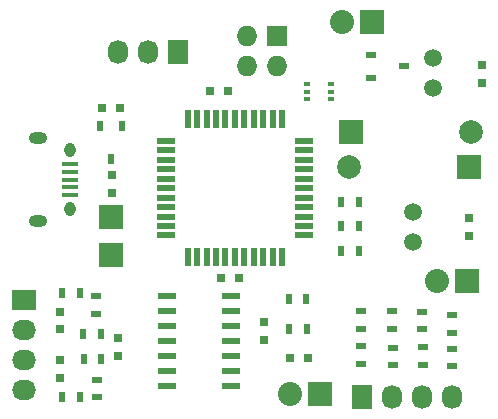
<source format=gts>
G04 #@! TF.FileFunction,Soldermask,Top*
%FSLAX46Y46*%
G04 Gerber Fmt 4.6, Leading zero omitted, Abs format (unit mm)*
G04 Created by KiCad (PCBNEW (2015-08-05 BZR 6055, Git fa29c62)-product) date 28/09/2015 1:15:09 PM*
%MOMM*%
G01*
G04 APERTURE LIST*
%ADD10C,0.150000*%
%ADD11R,0.750000X0.800000*%
%ADD12R,0.800000X0.750000*%
%ADD13C,1.501140*%
%ADD14C,1.998980*%
%ADD15R,1.998980X1.998980*%
%ADD16R,2.000000X2.000000*%
%ADD17R,1.600000X0.560000*%
%ADD18R,0.560000X1.600000*%
%ADD19R,2.032000X1.727200*%
%ADD20O,2.032000X1.727200*%
%ADD21R,1.350000X0.400000*%
%ADD22O,0.950000X1.250000*%
%ADD23O,1.550000X1.000000*%
%ADD24R,1.727200X2.032000*%
%ADD25O,1.727200X2.032000*%
%ADD26R,1.727200X1.727200*%
%ADD27O,1.727200X1.727200*%
%ADD28R,2.032000X2.032000*%
%ADD29O,2.032000X2.032000*%
%ADD30R,0.900000X0.600000*%
%ADD31R,0.500000X0.900000*%
%ADD32R,0.900000X0.500000*%
%ADD33R,0.600000X0.900000*%
%ADD34R,1.500000X0.600000*%
%ADD35R,0.508000X0.304800*%
G04 APERTURE END LIST*
D10*
D11*
X39319200Y-152682640D03*
X39319200Y-151182640D03*
X39278560Y-147088160D03*
X39278560Y-148588160D03*
X43682920Y-135526080D03*
X43682920Y-137026080D03*
D12*
X42864340Y-129816860D03*
X44364340Y-129816860D03*
D11*
X44226480Y-150805580D03*
X44226480Y-149305580D03*
D13*
X70855840Y-128137920D03*
X70855840Y-125597920D03*
D12*
X58795220Y-150964900D03*
X60295220Y-150964900D03*
D11*
X75072240Y-126224600D03*
X75072240Y-127724600D03*
X56596280Y-147961920D03*
X56596280Y-149461920D03*
D13*
X69230240Y-141175740D03*
X69230240Y-138635740D03*
D11*
X73941940Y-139143040D03*
X73941940Y-140643040D03*
D14*
X63820040Y-134800340D03*
D15*
X73980040Y-134800340D03*
D16*
X43665140Y-139105840D03*
X43665140Y-142305840D03*
D17*
X59977400Y-140626600D03*
X59977400Y-139826600D03*
X59977400Y-139026600D03*
X59977400Y-138226600D03*
X59977400Y-137426600D03*
X59977400Y-136626600D03*
X59977400Y-135826600D03*
X59977400Y-135026600D03*
X59977400Y-134226600D03*
X59977400Y-133426600D03*
X59977400Y-132626600D03*
D18*
X58127400Y-130776600D03*
X57327400Y-130776600D03*
X56527400Y-130776600D03*
X55727400Y-130776600D03*
X54927400Y-130776600D03*
X54127400Y-130776600D03*
X53327400Y-130776600D03*
X52527400Y-130776600D03*
X51727400Y-130776600D03*
X50927400Y-130776600D03*
X50127400Y-130776600D03*
D17*
X48277400Y-132626600D03*
X48277400Y-133426600D03*
X48277400Y-134226600D03*
X48277400Y-135026600D03*
X48277400Y-135826600D03*
X48277400Y-136626600D03*
X48277400Y-137426600D03*
X48277400Y-138226600D03*
X48277400Y-139026600D03*
X48277400Y-139826600D03*
X48277400Y-140626600D03*
D18*
X50127400Y-142476600D03*
X50927400Y-142476600D03*
X51727400Y-142476600D03*
X52527400Y-142476600D03*
X53327400Y-142476600D03*
X54127400Y-142476600D03*
X54927400Y-142476600D03*
X55727400Y-142476600D03*
X56527400Y-142476600D03*
X57327400Y-142476600D03*
X58127400Y-142476600D03*
D14*
X74117200Y-131899660D03*
D15*
X63957200Y-131899660D03*
D19*
X36258500Y-146100800D03*
D20*
X36258500Y-148640800D03*
X36258500Y-151180800D03*
X36258500Y-153720800D03*
D21*
X40127360Y-134599260D03*
X40127360Y-135249260D03*
X40127360Y-135899260D03*
X40127360Y-136549260D03*
X40127360Y-137199260D03*
D22*
X40127360Y-133399260D03*
X40127360Y-138399260D03*
D23*
X37427360Y-132399260D03*
X37427360Y-139399260D03*
D24*
X64861440Y-154310080D03*
D25*
X67401440Y-154310080D03*
X69941440Y-154310080D03*
X72481440Y-154310080D03*
D26*
X57718960Y-123718320D03*
D27*
X57718960Y-126258320D03*
X55178960Y-123718320D03*
X55178960Y-126258320D03*
D24*
X49342040Y-125089920D03*
D25*
X46802040Y-125089920D03*
X44262040Y-125089920D03*
D28*
X61328300Y-154012900D03*
D29*
X58788300Y-154012900D03*
D28*
X73741280Y-144505680D03*
D29*
X71201280Y-144505680D03*
D28*
X65714880Y-122570240D03*
D29*
X63174880Y-122570240D03*
D30*
X68435680Y-126309120D03*
X65635680Y-127259120D03*
X65635680Y-125359120D03*
D31*
X40983600Y-154289760D03*
X39483600Y-154289760D03*
X40968360Y-145481040D03*
X39468360Y-145481040D03*
D32*
X42484040Y-154338720D03*
X42484040Y-152838720D03*
X42400220Y-147272440D03*
X42400220Y-145772440D03*
D31*
X42827640Y-151102060D03*
X41327640Y-151102060D03*
X42771760Y-149009100D03*
X41271760Y-149009100D03*
D32*
X72517000Y-150209820D03*
X72517000Y-151709820D03*
X70081140Y-150059960D03*
X70081140Y-151559960D03*
X67487800Y-150133620D03*
X67487800Y-151633620D03*
X64823340Y-150019320D03*
X64823340Y-151519320D03*
X72478900Y-147352320D03*
X72478900Y-148852320D03*
X70004940Y-147088160D03*
X70004940Y-148588160D03*
X67449700Y-147047520D03*
X67449700Y-148547520D03*
X64785240Y-147009420D03*
X64785240Y-148509420D03*
D31*
X58673300Y-146011900D03*
X60173300Y-146011900D03*
X60198700Y-148577300D03*
X58698700Y-148577300D03*
X64608140Y-137822940D03*
X63108140Y-137822940D03*
X63146240Y-139816840D03*
X64646240Y-139816840D03*
X64608140Y-141988540D03*
X63108140Y-141988540D03*
D33*
X43642280Y-134191200D03*
X42692280Y-131391200D03*
X44592280Y-131391200D03*
D34*
X48417500Y-145770600D03*
X48417500Y-147040600D03*
X48417500Y-148310600D03*
X48417500Y-149580600D03*
X48417500Y-150850600D03*
X48417500Y-152120600D03*
X48417500Y-153390600D03*
X53817500Y-153390600D03*
X53817500Y-152120600D03*
X53817500Y-150850600D03*
X53817500Y-149580600D03*
X53817500Y-148310600D03*
X53817500Y-147040600D03*
X53817500Y-145770600D03*
D35*
X60243720Y-127838200D03*
X60243720Y-129108200D03*
X62275720Y-128473200D03*
X60243720Y-128473200D03*
X62275720Y-129108200D03*
X62275720Y-127838200D03*
D12*
X52036280Y-128427480D03*
X53536280Y-128427480D03*
X54445600Y-144200880D03*
X52945600Y-144200880D03*
M02*

</source>
